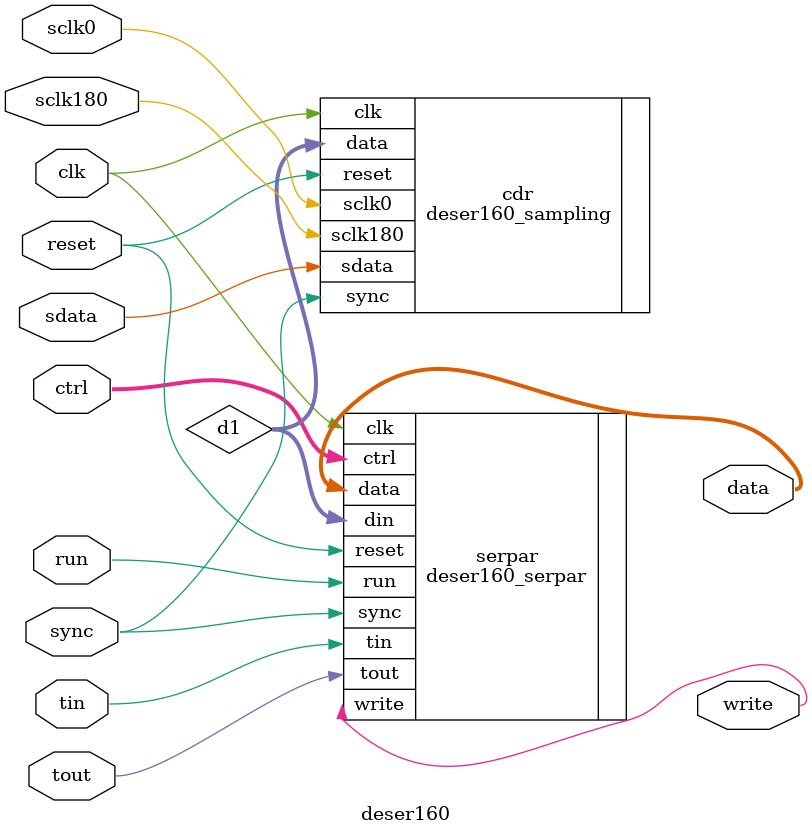
<source format=v>

`timescale 1ns / 1ps


module deser160
(
	input clk,
	input sync,
	input reset,
	
	input sclk0,
	input sclk180,
	
	input [3:0]ctrl,
	
	input sdata,

	input run,
	input tin,
	input tout,

	output write,
	output [15:0]data
);

	wire [3:0]d1;

	deser160_sampling cdr
	(
		.clk(clk),
		.sync(sync),
		.reset(reset),
		.sclk0(sclk0),
		.sclk180(sclk180),
	
		.sdata(sdata),
		.data(d1)
	);

	deser160_serpar serpar
	(
		.clk(clk),
		.sync(sync),
		.reset(reset),
		.ctrl(ctrl),
		.run(run),
		.tin(tin),
		.tout(tout),
	
		.din(d1),
	
		.write(write),
		.data(data)
	);

endmodule

</source>
